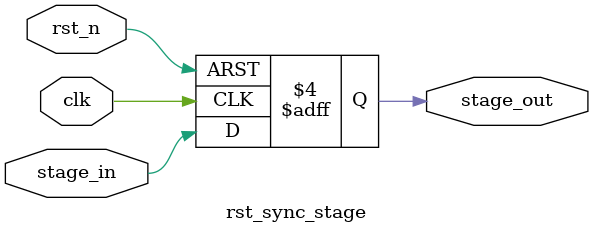
<source format=sv>
module reset_sync_two_always (
  input  wire clk,    // 时钟输入
  input  wire rst_n,  // 低电平有效的异步复位信号
  output wire out_rst // 同步复位输出
);

  wire stage1_out;
  
  // 第一级同步器实例
  rst_sync_stage #(
    .ACTIVE_LOW(1)
  ) first_stage (
    .clk      (clk),
    .rst_n    (rst_n),
    .stage_in (1'b1),
    .stage_out(stage1_out)
  );
  
  // 第二级同步器实例
  rst_sync_stage #(
    .ACTIVE_LOW(1)
  ) second_stage (
    .clk      (clk),
    .rst_n    (rst_n),
    .stage_in (stage1_out),
    .stage_out(out_rst)
  );
  
endmodule

// 同步器单级模块
module rst_sync_stage #(
  parameter ACTIVE_LOW = 1  // 复位是否为低电平有效
)(
  input  wire clk,       // 时钟信号
  input  wire rst_n,     // 异步复位信号
  input  wire stage_in,  // 级联输入
  output reg  stage_out  // 级联输出
);
  
  // 复位条件检测
  wire reset_condition = ACTIVE_LOW ? !rst_n : rst_n;
  
  // 同步器逻辑
  (* preserve *) 
  always @(posedge clk or negedge rst_n) begin
    if (!rst_n)
      stage_out <= ACTIVE_LOW ? 1'b0 : 1'b1;
    else
      stage_out <= stage_in;
  end
  
endmodule
</source>
